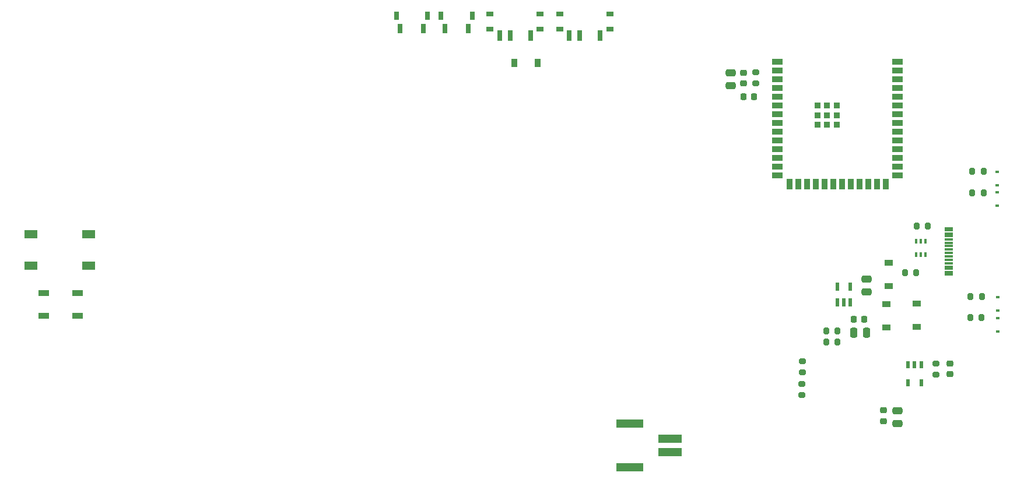
<source format=gbr>
%TF.GenerationSoftware,KiCad,Pcbnew,8.0.8*%
%TF.CreationDate,2025-04-06T01:52:48-03:00*%
%TF.ProjectId,nsec-badge-2025-baseboard,6e736563-2d62-4616-9467-652d32303235,rev?*%
%TF.SameCoordinates,Original*%
%TF.FileFunction,Paste,Top*%
%TF.FilePolarity,Positive*%
%FSLAX46Y46*%
G04 Gerber Fmt 4.6, Leading zero omitted, Abs format (unit mm)*
G04 Created by KiCad (PCBNEW 8.0.8) date 2025-04-06 01:52:48*
%MOMM*%
%LPD*%
G01*
G04 APERTURE LIST*
G04 Aperture macros list*
%AMRoundRect*
0 Rectangle with rounded corners*
0 $1 Rounding radius*
0 $2 $3 $4 $5 $6 $7 $8 $9 X,Y pos of 4 corners*
0 Add a 4 corners polygon primitive as box body*
4,1,4,$2,$3,$4,$5,$6,$7,$8,$9,$2,$3,0*
0 Add four circle primitives for the rounded corners*
1,1,$1+$1,$2,$3*
1,1,$1+$1,$4,$5*
1,1,$1+$1,$6,$7*
1,1,$1+$1,$8,$9*
0 Add four rect primitives between the rounded corners*
20,1,$1+$1,$2,$3,$4,$5,0*
20,1,$1+$1,$4,$5,$6,$7,0*
20,1,$1+$1,$6,$7,$8,$9,0*
20,1,$1+$1,$8,$9,$2,$3,0*%
G04 Aperture macros list end*
%ADD10R,0.622301X1.104902*%
%ADD11RoundRect,0.225000X-0.250000X0.225000X-0.250000X-0.225000X0.250000X-0.225000X0.250000X0.225000X0*%
%ADD12RoundRect,0.200000X0.200000X0.275000X-0.200000X0.275000X-0.200000X-0.275000X0.200000X-0.275000X0*%
%ADD13RoundRect,0.090000X-0.660000X-0.360000X0.660000X-0.360000X0.660000X0.360000X-0.660000X0.360000X0*%
%ADD14RoundRect,0.200000X-0.275000X0.200000X-0.275000X-0.200000X0.275000X-0.200000X0.275000X0.200000X0*%
%ADD15RoundRect,0.225000X-0.225000X-0.250000X0.225000X-0.250000X0.225000X0.250000X-0.225000X0.250000X0*%
%ADD16R,0.600000X0.400000*%
%ADD17RoundRect,0.225000X0.225000X0.250000X-0.225000X0.250000X-0.225000X-0.250000X0.225000X-0.250000X0*%
%ADD18RoundRect,0.200000X0.275000X-0.200000X0.275000X0.200000X-0.275000X0.200000X-0.275000X-0.200000X0*%
%ADD19R,1.900000X1.300000*%
%ADD20RoundRect,0.250000X-0.250000X-0.475000X0.250000X-0.475000X0.250000X0.475000X-0.250000X0.475000X0*%
%ADD21R,0.489992X1.156998*%
%ADD22R,0.489992X1.175006*%
%ADD23RoundRect,0.200000X-0.200000X-0.275000X0.200000X-0.275000X0.200000X0.275000X-0.200000X0.275000X0*%
%ADD24R,1.150013X0.950013*%
%ADD25R,1.300000X0.300000*%
%ADD26R,0.350013X0.780010*%
%ADD27RoundRect,0.250000X-0.475000X0.250000X-0.475000X-0.250000X0.475000X-0.250000X0.475000X0.250000X0*%
%ADD28R,0.800000X1.200000*%
%ADD29R,0.800000X1.400000*%
%ADD30R,3.500000X1.200000*%
%ADD31R,4.000000X1.200000*%
%ADD32R,1.500000X0.900000*%
%ADD33R,0.900000X1.500000*%
%ADD34R,0.900000X0.900000*%
%ADD35R,0.700000X1.500000*%
%ADD36R,1.000000X0.800000*%
%ADD37R,0.950013X1.150013*%
G04 APERTURE END LIST*
D10*
%TO.C,U2*%
X211349733Y-97699975D03*
X209450318Y-97699975D03*
X209450318Y-95100025D03*
X210400533Y-95100025D03*
X211349733Y-95100025D03*
%TD*%
D11*
%TO.C,C1*%
X215500000Y-96475000D03*
X215500000Y-94925000D03*
%TD*%
D12*
%TO.C,R4*%
X212325000Y-74900000D03*
X210675000Y-74900000D03*
%TD*%
D13*
%TO.C,D4*%
X83950000Y-84700000D03*
X83950000Y-88000000D03*
X88850000Y-88000000D03*
X88850000Y-84700000D03*
%TD*%
D12*
%TO.C,R5*%
X210625000Y-81700000D03*
X208975000Y-81700000D03*
%TD*%
D14*
%TO.C,R6*%
X187300000Y-52575000D03*
X187300000Y-54225000D03*
%TD*%
D15*
%TO.C,C9*%
X201525000Y-88500000D03*
X203075000Y-88500000D03*
%TD*%
D16*
%TO.C,LED2*%
X222400000Y-71975235D03*
X222400000Y-70024765D03*
%TD*%
D17*
%TO.C,C6*%
X187075000Y-56100000D03*
X185525000Y-56100000D03*
%TD*%
D18*
%TO.C,R11*%
X194100000Y-96225000D03*
X194100000Y-94575000D03*
%TD*%
D19*
%TO.C,U9*%
X82100102Y-76150064D03*
X90499898Y-76150064D03*
X82100102Y-80649936D03*
X90499898Y-80649936D03*
%TD*%
D16*
%TO.C,LED1*%
X222400000Y-67024765D03*
X222400000Y-68975235D03*
%TD*%
D12*
%TO.C,R3*%
X220425000Y-70100000D03*
X218775000Y-70100000D03*
%TD*%
D16*
%TO.C,LED4*%
X222500000Y-85224765D03*
X222500000Y-87175235D03*
%TD*%
D20*
%TO.C,C8*%
X201550000Y-90400000D03*
X203450000Y-90400000D03*
%TD*%
D21*
%TO.C,U8*%
X199150038Y-86053670D03*
X200100000Y-86053670D03*
X201049962Y-86053670D03*
D22*
X201049962Y-83746330D03*
X199150038Y-83746330D03*
%TD*%
D23*
%TO.C,R7*%
X197575000Y-90200000D03*
X199225000Y-90200000D03*
%TD*%
D12*
%TO.C,R1*%
X220425000Y-67000000D03*
X218775000Y-67000000D03*
%TD*%
D14*
%TO.C,R2*%
X213500000Y-96525000D03*
X213500000Y-94875000D03*
%TD*%
D11*
%TO.C,C3*%
X205900000Y-103275000D03*
X205900000Y-101725000D03*
%TD*%
D18*
%TO.C,R10*%
X194050000Y-99525000D03*
X194050000Y-97875000D03*
%TD*%
D12*
%TO.C,R12*%
X220175000Y-85200000D03*
X218525000Y-85200000D03*
%TD*%
D24*
%TO.C,D5*%
X206650000Y-80257595D03*
X206650000Y-83642405D03*
%TD*%
D12*
%TO.C,R9*%
X220125000Y-88200000D03*
X218475000Y-88200000D03*
%TD*%
D25*
%TO.C,U3*%
X215325857Y-81650038D03*
X215325857Y-80849936D03*
X215325857Y-80350064D03*
X215325857Y-79350064D03*
X215325857Y-77849936D03*
X215325857Y-76849936D03*
X215325857Y-76350000D03*
X215325857Y-75549962D03*
X215325857Y-75249987D03*
X215325857Y-76050000D03*
X215325857Y-77350318D03*
X215325857Y-78350064D03*
X215325857Y-78849936D03*
X215325857Y-79849936D03*
X215325857Y-81149911D03*
X215325857Y-81950013D03*
%TD*%
D26*
%TO.C,U4*%
X210650013Y-79089992D03*
X211300000Y-79089992D03*
X211949987Y-79089992D03*
X211949987Y-77110008D03*
X211300000Y-77110008D03*
X210650013Y-77110008D03*
%TD*%
D24*
%TO.C,D2*%
X210700000Y-89592405D03*
X210700000Y-86207595D03*
%TD*%
%TO.C,D1*%
X206300000Y-89692405D03*
X206300000Y-86307595D03*
%TD*%
D27*
%TO.C,C4*%
X183700000Y-52650000D03*
X183700000Y-54550000D03*
%TD*%
%TO.C,C7*%
X203400000Y-82600000D03*
X203400000Y-84500000D03*
%TD*%
D12*
%TO.C,R8*%
X199225000Y-91800000D03*
X197575000Y-91800000D03*
%TD*%
D28*
%TO.C,U6*%
X146149936Y-44364999D03*
X141650064Y-44364999D03*
D29*
X145575133Y-46199899D03*
X142225121Y-46199899D03*
%TD*%
D27*
%TO.C,C2*%
X207900000Y-103650000D03*
X207900000Y-101750000D03*
%TD*%
D11*
%TO.C,C5*%
X185600000Y-52625000D03*
X185600000Y-54175000D03*
%TD*%
D28*
%TO.C,U5*%
X139649936Y-44364999D03*
X135150064Y-44364999D03*
D29*
X139075133Y-46199899D03*
X135725121Y-46199899D03*
%TD*%
D16*
%TO.C,LED3*%
X222484851Y-88324765D03*
X222484851Y-90275235D03*
%TD*%
D30*
%TO.C,U7*%
X174925070Y-105800000D03*
X174925070Y-107800000D03*
D31*
X169074930Y-109999898D03*
X169075184Y-103600102D03*
%TD*%
D32*
%TO.C,U1*%
X207950000Y-51090000D03*
X207950000Y-52360000D03*
X207950000Y-53630000D03*
X207950000Y-54900000D03*
X207950000Y-56170000D03*
X207950000Y-57440000D03*
X207950000Y-58710000D03*
X207950000Y-59980000D03*
X207950000Y-61250000D03*
X207950000Y-62520000D03*
X207950000Y-63790000D03*
X207950000Y-65060000D03*
X207950000Y-66330000D03*
X207950000Y-67600000D03*
D33*
X206185000Y-68850000D03*
X204915000Y-68850000D03*
X203645000Y-68850000D03*
X202375000Y-68850000D03*
X201105000Y-68850000D03*
X199835000Y-68850000D03*
X198565000Y-68850000D03*
X197295000Y-68850000D03*
X196025000Y-68850000D03*
X194755000Y-68850000D03*
X193485000Y-68850000D03*
X192215000Y-68850000D03*
D32*
X190450000Y-67600000D03*
X190450000Y-66330000D03*
X190450000Y-65060000D03*
X190450000Y-63790000D03*
X190450000Y-62520000D03*
X190450000Y-61250000D03*
X190450000Y-59980000D03*
X190450000Y-58710000D03*
X190450000Y-57440000D03*
X190450000Y-56170000D03*
X190450000Y-54900000D03*
X190450000Y-53630000D03*
X190450000Y-52360000D03*
X190450000Y-51090000D03*
D34*
X199100000Y-60210000D03*
X199100000Y-58810000D03*
X199100000Y-57410000D03*
X197700000Y-60210000D03*
X197700000Y-58810000D03*
X197700000Y-57410000D03*
X196300000Y-60210000D03*
X196300000Y-58810000D03*
X196300000Y-57410000D03*
%TD*%
D35*
%TO.C,KEY1*%
X164749936Y-47250038D03*
X161749936Y-47250038D03*
X160250064Y-47250038D03*
D36*
X166149987Y-46350114D03*
X158850013Y-46350114D03*
X158850013Y-44149962D03*
X166149987Y-44149962D03*
%TD*%
D37*
%TO.C,D3*%
X152307595Y-51200000D03*
X155692405Y-51200000D03*
%TD*%
D35*
%TO.C,KEY2*%
X154649936Y-47250038D03*
X151649936Y-47250038D03*
X150150064Y-47250038D03*
D36*
X156049987Y-46350114D03*
X148750013Y-46350114D03*
X148750013Y-44149962D03*
X156049987Y-44149962D03*
%TD*%
M02*

</source>
